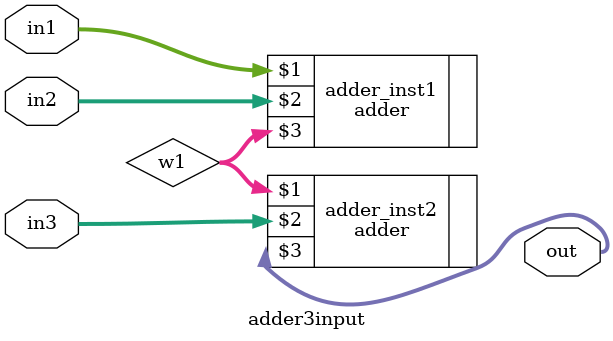
<source format=v>

module adder3input(in1, in2, in3, out);
	input [23:0] in1;
	input [23:0] in2;
	input [23:0] in3;
	output [23:0] out;
	
	wire [23:0] w1;
	
	adder adder_inst1(in1, in2, w1);
	adder adder_inst2(w1, in3, out);
	
endmodule
</source>
